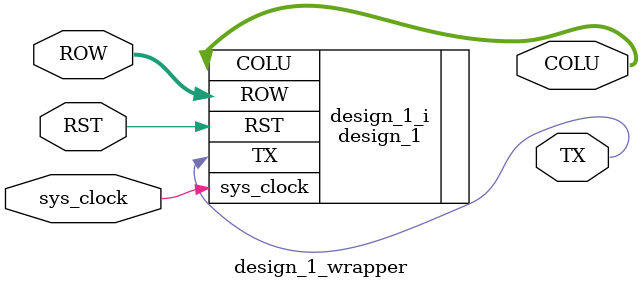
<source format=v>
`timescale 1 ps / 1 ps

module design_1_wrapper
   (COLU,
    ROW,
    RST,
    TX,
    sys_clock);
  output [1:4]COLU;
  input [1:4]ROW;
  input RST;
  output TX;
  input sys_clock;

  wire [1:4]COLU;
  wire [1:4]ROW;
  wire RST;
  wire TX;
  wire sys_clock;

  design_1 design_1_i
       (.COLU(COLU),
        .ROW(ROW),
        .RST(RST),
        .TX(TX),
        .sys_clock(sys_clock));
endmodule

</source>
